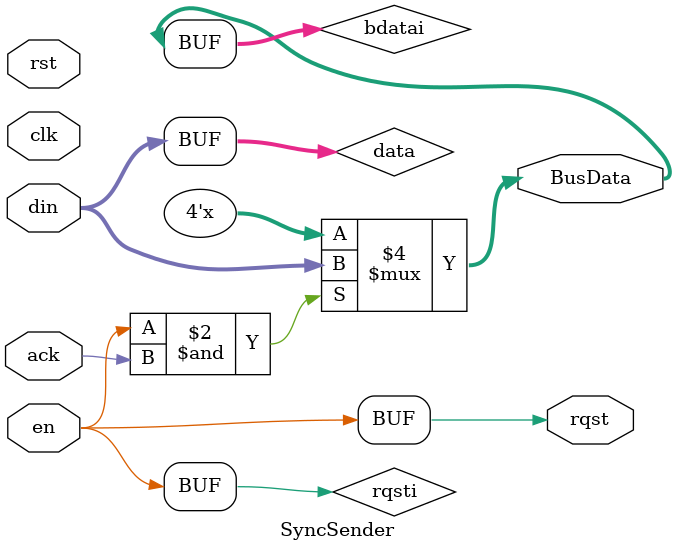
<source format=v>

module SyncSender (clk, rst, en, din, ack, rqst, BusData);
   parameter B = 4;            // bitwidth of bus
   
   input  clk, rst, en, ack;
   input [B-1:0] din;
   
   output         rqst;
   output [B-1:0] BusData;

   wire [B-1:0] data;
   reg [B-1:0] 	bdatai;
   wire         rqsti;

   assign rqsti = en;
   assign data = din;
   assign #2 rqst = rqsti;      // Output delay modeling
   assign #2 BusData = bdatai;
   
   always @(rqsti or ack or data) begin // Handshake
      if (rqsti & ack)
	bdatai <= data;
      else
	bdatai <= {(B) {1'bz}};
   end
  
endmodule

	  

</source>
